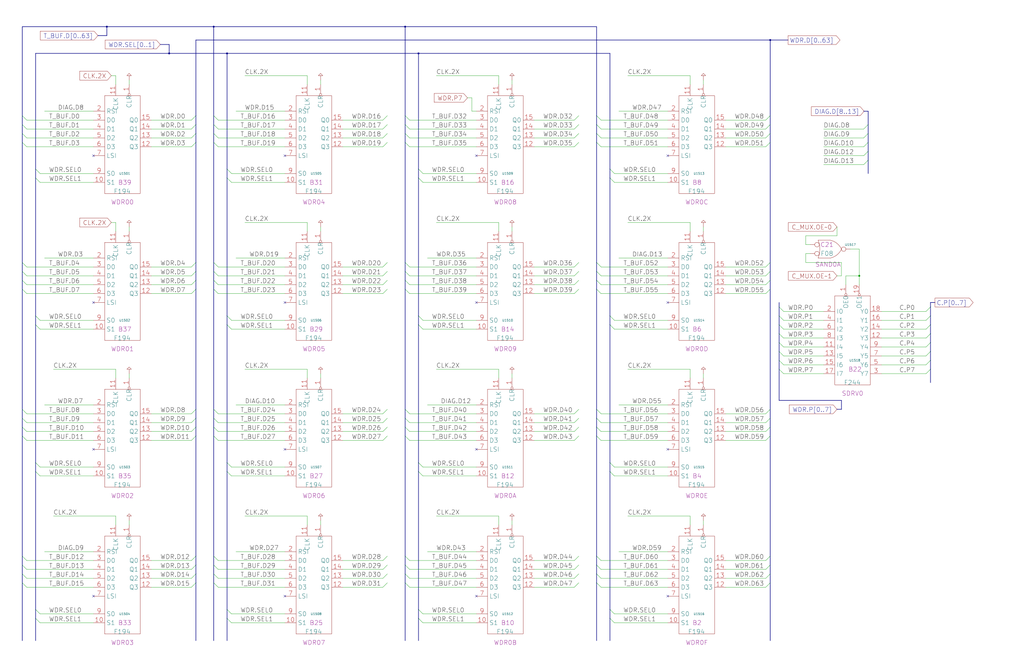
<source format=kicad_sch>
(kicad_sch (version 20220126) (generator eeschema)
  (paper "User" 584.2 378.46)
  (title_block (title "WRITE DATA REGISTER\\nREGISTER ARRAY") (date "15-MAR-90") (rev "1.0") (comment 1 "TYPE") (comment 2 "232-003062") (comment 3 "S400") (comment 4 "RELEASED"))
  (bus (pts (xy 111.76 149.86) (xy 111.76 154.94)))
  (bus (pts (xy 111.76 154.94) (xy 111.76 160.02)))
  (bus (pts (xy 111.76 160.02) (xy 111.76 165.1)))
  (bus (pts (xy 111.76 165.1) (xy 111.76 233.68)))
  (bus (pts (xy 111.76 22.86) (xy 111.76 66.04)))
  (bus (pts (xy 111.76 22.86) (xy 439.42 22.86)))
  (bus (pts (xy 111.76 233.68) (xy 111.76 238.76)))
  (bus (pts (xy 111.76 238.76) (xy 111.76 243.84)))
  (bus (pts (xy 111.76 243.84) (xy 111.76 248.92)))
  (bus (pts (xy 111.76 248.92) (xy 111.76 317.5)))
  (bus (pts (xy 111.76 317.5) (xy 111.76 322.58)))
  (bus (pts (xy 111.76 322.58) (xy 111.76 327.66)))
  (bus (pts (xy 111.76 327.66) (xy 111.76 332.74)))
  (bus (pts (xy 111.76 332.74) (xy 111.76 365.76)))
  (bus (pts (xy 111.76 66.04) (xy 111.76 71.12)))
  (bus (pts (xy 111.76 71.12) (xy 111.76 76.2)))
  (bus (pts (xy 111.76 76.2) (xy 111.76 81.28)))
  (bus (pts (xy 111.76 81.28) (xy 111.76 149.86)))
  (bus (pts (xy 12.7 149.86) (xy 12.7 154.94)))
  (bus (pts (xy 12.7 15.24) (xy 12.7 66.04)))
  (bus (pts (xy 12.7 15.24) (xy 60.96 15.24)))
  (bus (pts (xy 12.7 154.94) (xy 12.7 160.02)))
  (bus (pts (xy 12.7 160.02) (xy 12.7 165.1)))
  (bus (pts (xy 12.7 165.1) (xy 12.7 233.68)))
  (bus (pts (xy 12.7 233.68) (xy 12.7 238.76)))
  (bus (pts (xy 12.7 238.76) (xy 12.7 243.84)))
  (bus (pts (xy 12.7 243.84) (xy 12.7 248.92)))
  (bus (pts (xy 12.7 248.92) (xy 12.7 317.5)))
  (bus (pts (xy 12.7 317.5) (xy 12.7 322.58)))
  (bus (pts (xy 12.7 322.58) (xy 12.7 327.66)))
  (bus (pts (xy 12.7 327.66) (xy 12.7 332.74)))
  (bus (pts (xy 12.7 332.74) (xy 12.7 365.76)))
  (bus (pts (xy 12.7 66.04) (xy 12.7 71.12)))
  (bus (pts (xy 12.7 71.12) (xy 12.7 76.2)))
  (bus (pts (xy 12.7 76.2) (xy 12.7 81.28)))
  (bus (pts (xy 12.7 81.28) (xy 12.7 149.86)))
  (bus (pts (xy 121.92 149.86) (xy 121.92 154.94)))
  (bus (pts (xy 121.92 15.24) (xy 121.92 66.04)))
  (bus (pts (xy 121.92 15.24) (xy 231.14 15.24)))
  (bus (pts (xy 121.92 154.94) (xy 121.92 160.02)))
  (bus (pts (xy 121.92 160.02) (xy 121.92 165.1)))
  (bus (pts (xy 121.92 165.1) (xy 121.92 233.68)))
  (bus (pts (xy 121.92 233.68) (xy 121.92 238.76)))
  (bus (pts (xy 121.92 238.76) (xy 121.92 243.84)))
  (bus (pts (xy 121.92 243.84) (xy 121.92 248.92)))
  (bus (pts (xy 121.92 248.92) (xy 121.92 317.5)))
  (bus (pts (xy 121.92 317.5) (xy 121.92 322.58)))
  (bus (pts (xy 121.92 322.58) (xy 121.92 327.66)))
  (bus (pts (xy 121.92 327.66) (xy 121.92 332.74)))
  (bus (pts (xy 121.92 332.74) (xy 121.92 365.76)))
  (bus (pts (xy 121.92 66.04) (xy 121.92 71.12)))
  (bus (pts (xy 121.92 71.12) (xy 121.92 76.2)))
  (bus (pts (xy 121.92 76.2) (xy 121.92 81.28)))
  (bus (pts (xy 121.92 81.28) (xy 121.92 149.86)))
  (bus (pts (xy 129.54 101.6) (xy 129.54 180.34)))
  (bus (pts (xy 129.54 180.34) (xy 129.54 185.42)))
  (bus (pts (xy 129.54 185.42) (xy 129.54 264.16)))
  (bus (pts (xy 129.54 264.16) (xy 129.54 269.24)))
  (bus (pts (xy 129.54 269.24) (xy 129.54 347.98)))
  (bus (pts (xy 129.54 30.48) (xy 129.54 96.52)))
  (bus (pts (xy 129.54 30.48) (xy 238.76 30.48)))
  (bus (pts (xy 129.54 347.98) (xy 129.54 353.06)))
  (bus (pts (xy 129.54 353.06) (xy 129.54 365.76)))
  (bus (pts (xy 129.54 96.52) (xy 129.54 101.6)))
  (bus (pts (xy 20.32 101.6) (xy 20.32 180.34)))
  (bus (pts (xy 20.32 180.34) (xy 20.32 185.42)))
  (bus (pts (xy 20.32 185.42) (xy 20.32 264.16)))
  (bus (pts (xy 20.32 264.16) (xy 20.32 269.24)))
  (bus (pts (xy 20.32 269.24) (xy 20.32 347.98)))
  (bus (pts (xy 20.32 30.48) (xy 20.32 96.52)))
  (bus (pts (xy 20.32 30.48) (xy 96.52 30.48)))
  (bus (pts (xy 20.32 347.98) (xy 20.32 353.06)))
  (bus (pts (xy 20.32 353.06) (xy 20.32 365.76)))
  (bus (pts (xy 20.32 96.52) (xy 20.32 101.6)))
  (bus (pts (xy 231.14 149.86) (xy 231.14 154.94)))
  (bus (pts (xy 231.14 15.24) (xy 231.14 66.04)))
  (bus (pts (xy 231.14 15.24) (xy 340.36 15.24)))
  (bus (pts (xy 231.14 154.94) (xy 231.14 160.02)))
  (bus (pts (xy 231.14 160.02) (xy 231.14 165.1)))
  (bus (pts (xy 231.14 165.1) (xy 231.14 233.68)))
  (bus (pts (xy 231.14 233.68) (xy 231.14 238.76)))
  (bus (pts (xy 231.14 238.76) (xy 231.14 243.84)))
  (bus (pts (xy 231.14 243.84) (xy 231.14 248.92)))
  (bus (pts (xy 231.14 248.92) (xy 231.14 317.5)))
  (bus (pts (xy 231.14 317.5) (xy 231.14 322.58)))
  (bus (pts (xy 231.14 322.58) (xy 231.14 327.66)))
  (bus (pts (xy 231.14 327.66) (xy 231.14 332.74)))
  (bus (pts (xy 231.14 332.74) (xy 231.14 365.76)))
  (bus (pts (xy 231.14 66.04) (xy 231.14 71.12)))
  (bus (pts (xy 231.14 71.12) (xy 231.14 76.2)))
  (bus (pts (xy 231.14 76.2) (xy 231.14 81.28)))
  (bus (pts (xy 231.14 81.28) (xy 231.14 149.86)))
  (bus (pts (xy 238.76 101.6) (xy 238.76 180.34)))
  (bus (pts (xy 238.76 180.34) (xy 238.76 185.42)))
  (bus (pts (xy 238.76 185.42) (xy 238.76 264.16)))
  (bus (pts (xy 238.76 264.16) (xy 238.76 269.24)))
  (bus (pts (xy 238.76 269.24) (xy 238.76 347.98)))
  (bus (pts (xy 238.76 30.48) (xy 238.76 96.52)))
  (bus (pts (xy 238.76 30.48) (xy 347.98 30.48)))
  (bus (pts (xy 238.76 347.98) (xy 238.76 353.06)))
  (bus (pts (xy 238.76 353.06) (xy 238.76 365.76)))
  (bus (pts (xy 238.76 96.52) (xy 238.76 101.6)))
  (bus (pts (xy 340.36 149.86) (xy 340.36 154.94)))
  (bus (pts (xy 340.36 15.24) (xy 340.36 66.04)))
  (bus (pts (xy 340.36 154.94) (xy 340.36 160.02)))
  (bus (pts (xy 340.36 160.02) (xy 340.36 165.1)))
  (bus (pts (xy 340.36 165.1) (xy 340.36 233.68)))
  (bus (pts (xy 340.36 233.68) (xy 340.36 238.76)))
  (bus (pts (xy 340.36 238.76) (xy 340.36 243.84)))
  (bus (pts (xy 340.36 243.84) (xy 340.36 248.92)))
  (bus (pts (xy 340.36 248.92) (xy 340.36 317.5)))
  (bus (pts (xy 340.36 317.5) (xy 340.36 322.58)))
  (bus (pts (xy 340.36 322.58) (xy 340.36 327.66)))
  (bus (pts (xy 340.36 327.66) (xy 340.36 332.74)))
  (bus (pts (xy 340.36 332.74) (xy 340.36 365.76)))
  (bus (pts (xy 340.36 66.04) (xy 340.36 71.12)))
  (bus (pts (xy 340.36 71.12) (xy 340.36 76.2)))
  (bus (pts (xy 340.36 76.2) (xy 340.36 81.28)))
  (bus (pts (xy 340.36 81.28) (xy 340.36 149.86)))
  (bus (pts (xy 347.98 101.6) (xy 347.98 180.34)))
  (bus (pts (xy 347.98 180.34) (xy 347.98 185.42)))
  (bus (pts (xy 347.98 185.42) (xy 347.98 264.16)))
  (bus (pts (xy 347.98 264.16) (xy 347.98 269.24)))
  (bus (pts (xy 347.98 269.24) (xy 347.98 347.98)))
  (bus (pts (xy 347.98 30.48) (xy 347.98 96.52)))
  (bus (pts (xy 347.98 347.98) (xy 347.98 353.06)))
  (bus (pts (xy 347.98 353.06) (xy 347.98 365.76)))
  (bus (pts (xy 347.98 96.52) (xy 347.98 101.6)))
  (bus (pts (xy 439.42 149.86) (xy 439.42 154.94)))
  (bus (pts (xy 439.42 154.94) (xy 439.42 160.02)))
  (bus (pts (xy 439.42 160.02) (xy 439.42 165.1)))
  (bus (pts (xy 439.42 165.1) (xy 439.42 233.68)))
  (bus (pts (xy 439.42 22.86) (xy 439.42 66.04)))
  (bus (pts (xy 439.42 22.86) (xy 449.58 22.86)))
  (bus (pts (xy 439.42 233.68) (xy 439.42 238.76)))
  (bus (pts (xy 439.42 238.76) (xy 439.42 243.84)))
  (bus (pts (xy 439.42 243.84) (xy 439.42 248.92)))
  (bus (pts (xy 439.42 248.92) (xy 439.42 317.5)))
  (bus (pts (xy 439.42 317.5) (xy 439.42 322.58)))
  (bus (pts (xy 439.42 322.58) (xy 439.42 327.66)))
  (bus (pts (xy 439.42 327.66) (xy 439.42 332.74)))
  (bus (pts (xy 439.42 332.74) (xy 439.42 365.76)))
  (bus (pts (xy 439.42 66.04) (xy 439.42 71.12)))
  (bus (pts (xy 439.42 71.12) (xy 439.42 76.2)))
  (bus (pts (xy 439.42 76.2) (xy 439.42 81.28)))
  (bus (pts (xy 439.42 81.28) (xy 439.42 149.86)))
  (bus (pts (xy 444.5 172.72) (xy 444.5 175.26)))
  (bus (pts (xy 444.5 175.26) (xy 444.5 180.34)))
  (bus (pts (xy 444.5 180.34) (xy 444.5 185.42)))
  (bus (pts (xy 444.5 185.42) (xy 444.5 190.5)))
  (bus (pts (xy 444.5 190.5) (xy 444.5 195.58)))
  (bus (pts (xy 444.5 195.58) (xy 444.5 200.66)))
  (bus (pts (xy 444.5 200.66) (xy 444.5 205.74)))
  (bus (pts (xy 444.5 205.74) (xy 444.5 210.82)))
  (bus (pts (xy 444.5 210.82) (xy 444.5 228.6)))
  (bus (pts (xy 477.52 233.68) (xy 480.06 233.68)))
  (bus (pts (xy 480.06 228.6) (xy 444.5 228.6)))
  (bus (pts (xy 480.06 233.68) (xy 480.06 228.6)))
  (bus (pts (xy 492.76 63.5) (xy 495.3 63.5)))
  (bus (pts (xy 495.3 63.5) (xy 495.3 71.12)))
  (bus (pts (xy 495.3 71.12) (xy 495.3 76.2)))
  (bus (pts (xy 495.3 76.2) (xy 495.3 81.28)))
  (bus (pts (xy 495.3 81.28) (xy 495.3 86.36)))
  (bus (pts (xy 495.3 86.36) (xy 495.3 91.44)))
  (bus (pts (xy 495.3 91.44) (xy 495.3 99.06)))
  (bus (pts (xy 530.86 172.72) (xy 530.86 175.26)))
  (bus (pts (xy 530.86 172.72) (xy 533.4 172.72)))
  (bus (pts (xy 530.86 175.26) (xy 530.86 180.34)))
  (bus (pts (xy 530.86 180.34) (xy 530.86 185.42)))
  (bus (pts (xy 530.86 185.42) (xy 530.86 190.5)))
  (bus (pts (xy 530.86 190.5) (xy 530.86 195.58)))
  (bus (pts (xy 530.86 195.58) (xy 530.86 200.66)))
  (bus (pts (xy 530.86 200.66) (xy 530.86 205.74)))
  (bus (pts (xy 530.86 205.74) (xy 530.86 210.82)))
  (bus (pts (xy 530.86 210.82) (xy 530.86 218.44)))
  (bus (pts (xy 55.88 20.32) (xy 60.96 20.32)))
  (bus (pts (xy 60.96 15.24) (xy 121.92 15.24)))
  (bus (pts (xy 60.96 20.32) (xy 60.96 15.24)))
  (bus (pts (xy 91.44 25.4) (xy 96.52 25.4)))
  (bus (pts (xy 96.52 25.4) (xy 96.52 30.48)))
  (bus (pts (xy 96.52 30.48) (xy 129.54 30.48)))
  (wire (pts (xy 124.46 152.4) (xy 162.56 152.4)))
  (wire (pts (xy 124.46 157.48) (xy 162.56 157.48)))
  (wire (pts (xy 124.46 162.56) (xy 162.56 162.56)))
  (wire (pts (xy 124.46 167.64) (xy 162.56 167.64)))
  (wire (pts (xy 124.46 236.22) (xy 162.56 236.22)))
  (wire (pts (xy 124.46 241.3) (xy 162.56 241.3)))
  (wire (pts (xy 124.46 246.38) (xy 162.56 246.38)))
  (wire (pts (xy 124.46 251.46) (xy 162.56 251.46)))
  (wire (pts (xy 124.46 320.04) (xy 162.56 320.04)))
  (wire (pts (xy 124.46 325.12) (xy 162.56 325.12)))
  (wire (pts (xy 124.46 330.2) (xy 162.56 330.2)))
  (wire (pts (xy 124.46 335.28) (xy 162.56 335.28)))
  (wire (pts (xy 124.46 68.58) (xy 162.56 68.58)))
  (wire (pts (xy 124.46 73.66) (xy 162.56 73.66)))
  (wire (pts (xy 124.46 78.74) (xy 162.56 78.74)))
  (wire (pts (xy 124.46 83.82) (xy 162.56 83.82)))
  (wire (pts (xy 132.08 104.14) (xy 162.56 104.14)))
  (wire (pts (xy 132.08 182.88) (xy 162.56 182.88)))
  (wire (pts (xy 132.08 187.96) (xy 162.56 187.96)))
  (wire (pts (xy 132.08 266.7) (xy 162.56 266.7)))
  (wire (pts (xy 132.08 271.78) (xy 162.56 271.78)))
  (wire (pts (xy 132.08 350.52) (xy 162.56 350.52)))
  (wire (pts (xy 132.08 355.6) (xy 162.56 355.6)))
  (wire (pts (xy 132.08 99.06) (xy 162.56 99.06)))
  (wire (pts (xy 134.62 147.32) (xy 162.56 147.32)))
  (wire (pts (xy 134.62 231.14) (xy 162.56 231.14)))
  (wire (pts (xy 134.62 314.96) (xy 162.56 314.96)))
  (wire (pts (xy 134.62 63.5) (xy 162.56 63.5)))
  (wire (pts (xy 139.7 127) (xy 175.26 127)))
  (wire (pts (xy 139.7 210.82) (xy 175.26 210.82)))
  (wire (pts (xy 139.7 294.64) (xy 175.26 294.64)))
  (wire (pts (xy 139.7 43.18) (xy 175.26 43.18)))
  (wire (pts (xy 15.24 152.4) (xy 53.34 152.4)))
  (wire (pts (xy 15.24 157.48) (xy 53.34 157.48)))
  (wire (pts (xy 15.24 162.56) (xy 53.34 162.56)))
  (wire (pts (xy 15.24 167.64) (xy 53.34 167.64)))
  (wire (pts (xy 15.24 236.22) (xy 53.34 236.22)))
  (wire (pts (xy 15.24 241.3) (xy 53.34 241.3)))
  (wire (pts (xy 15.24 246.38) (xy 53.34 246.38)))
  (wire (pts (xy 15.24 251.46) (xy 53.34 251.46)))
  (wire (pts (xy 15.24 320.04) (xy 53.34 320.04)))
  (wire (pts (xy 15.24 325.12) (xy 53.34 325.12)))
  (wire (pts (xy 15.24 330.2) (xy 53.34 330.2)))
  (wire (pts (xy 15.24 335.28) (xy 53.34 335.28)))
  (wire (pts (xy 15.24 68.58) (xy 53.34 68.58)))
  (wire (pts (xy 15.24 73.66) (xy 53.34 73.66)))
  (wire (pts (xy 15.24 78.74) (xy 53.34 78.74)))
  (wire (pts (xy 15.24 83.82) (xy 53.34 83.82)))
  (wire (pts (xy 175.26 132.08) (xy 175.26 127)))
  (wire (pts (xy 175.26 215.9) (xy 175.26 210.82)))
  (wire (pts (xy 175.26 299.72) (xy 175.26 294.64)))
  (wire (pts (xy 175.26 48.26) (xy 175.26 43.18)))
  (wire (pts (xy 182.88 129.54) (xy 182.88 132.08)))
  (wire (pts (xy 182.88 213.36) (xy 182.88 215.9)))
  (wire (pts (xy 182.88 297.18) (xy 182.88 299.72)))
  (wire (pts (xy 182.88 45.72) (xy 182.88 48.26)))
  (wire (pts (xy 195.58 152.4) (xy 218.44 152.4)))
  (wire (pts (xy 195.58 157.48) (xy 218.44 157.48)))
  (wire (pts (xy 195.58 162.56) (xy 218.44 162.56)))
  (wire (pts (xy 195.58 167.64) (xy 218.44 167.64)))
  (wire (pts (xy 195.58 236.22) (xy 218.44 236.22)))
  (wire (pts (xy 195.58 241.3) (xy 218.44 241.3)))
  (wire (pts (xy 195.58 246.38) (xy 218.44 246.38)))
  (wire (pts (xy 195.58 251.46) (xy 218.44 251.46)))
  (wire (pts (xy 195.58 320.04) (xy 218.44 320.04)))
  (wire (pts (xy 195.58 325.12) (xy 218.44 325.12)))
  (wire (pts (xy 195.58 330.2) (xy 218.44 330.2)))
  (wire (pts (xy 195.58 335.28) (xy 218.44 335.28)))
  (wire (pts (xy 195.58 68.58) (xy 218.44 68.58)))
  (wire (pts (xy 195.58 73.66) (xy 218.44 73.66)))
  (wire (pts (xy 195.58 78.74) (xy 218.44 78.74)))
  (wire (pts (xy 195.58 83.82) (xy 218.44 83.82)))
  (wire (pts (xy 22.86 104.14) (xy 53.34 104.14)))
  (wire (pts (xy 22.86 182.88) (xy 53.34 182.88)))
  (wire (pts (xy 22.86 187.96) (xy 53.34 187.96)))
  (wire (pts (xy 22.86 266.7) (xy 53.34 266.7)))
  (wire (pts (xy 22.86 271.78) (xy 53.34 271.78)))
  (wire (pts (xy 22.86 350.52) (xy 53.34 350.52)))
  (wire (pts (xy 22.86 355.6) (xy 53.34 355.6)))
  (wire (pts (xy 22.86 99.06) (xy 53.34 99.06)))
  (wire (pts (xy 233.68 152.4) (xy 271.78 152.4)))
  (wire (pts (xy 233.68 157.48) (xy 271.78 157.48)))
  (wire (pts (xy 233.68 162.56) (xy 271.78 162.56)))
  (wire (pts (xy 233.68 167.64) (xy 271.78 167.64)))
  (wire (pts (xy 233.68 236.22) (xy 271.78 236.22)))
  (wire (pts (xy 233.68 241.3) (xy 271.78 241.3)))
  (wire (pts (xy 233.68 246.38) (xy 271.78 246.38)))
  (wire (pts (xy 233.68 251.46) (xy 271.78 251.46)))
  (wire (pts (xy 233.68 320.04) (xy 271.78 320.04)))
  (wire (pts (xy 233.68 325.12) (xy 271.78 325.12)))
  (wire (pts (xy 233.68 330.2) (xy 271.78 330.2)))
  (wire (pts (xy 233.68 335.28) (xy 271.78 335.28)))
  (wire (pts (xy 233.68 68.58) (xy 271.78 68.58)))
  (wire (pts (xy 233.68 73.66) (xy 271.78 73.66)))
  (wire (pts (xy 233.68 78.74) (xy 271.78 78.74)))
  (wire (pts (xy 233.68 83.82) (xy 271.78 83.82)))
  (wire (pts (xy 241.3 104.14) (xy 271.78 104.14)))
  (wire (pts (xy 241.3 182.88) (xy 271.78 182.88)))
  (wire (pts (xy 241.3 187.96) (xy 271.78 187.96)))
  (wire (pts (xy 241.3 266.7) (xy 271.78 266.7)))
  (wire (pts (xy 241.3 271.78) (xy 271.78 271.78)))
  (wire (pts (xy 241.3 350.52) (xy 271.78 350.52)))
  (wire (pts (xy 241.3 355.6) (xy 271.78 355.6)))
  (wire (pts (xy 241.3 99.06) (xy 271.78 99.06)))
  (wire (pts (xy 243.84 147.32) (xy 271.78 147.32)))
  (wire (pts (xy 243.84 231.14) (xy 271.78 231.14)))
  (wire (pts (xy 243.84 314.96) (xy 271.78 314.96)))
  (wire (pts (xy 248.92 127) (xy 284.48 127)))
  (wire (pts (xy 248.92 210.82) (xy 284.48 210.82)))
  (wire (pts (xy 248.92 294.64) (xy 284.48 294.64)))
  (wire (pts (xy 248.92 43.18) (xy 284.48 43.18)))
  (wire (pts (xy 25.4 147.32) (xy 53.34 147.32)))
  (wire (pts (xy 25.4 231.14) (xy 53.34 231.14)))
  (wire (pts (xy 25.4 314.96) (xy 53.34 314.96)))
  (wire (pts (xy 25.4 63.5) (xy 53.34 63.5)))
  (wire (pts (xy 266.7 55.88) (xy 269.24 55.88)))
  (wire (pts (xy 269.24 55.88) (xy 269.24 63.5)))
  (wire (pts (xy 269.24 63.5) (xy 271.78 63.5)))
  (wire (pts (xy 284.48 132.08) (xy 284.48 127)))
  (wire (pts (xy 284.48 215.9) (xy 284.48 210.82)))
  (wire (pts (xy 284.48 299.72) (xy 284.48 294.64)))
  (wire (pts (xy 284.48 48.26) (xy 284.48 43.18)))
  (wire (pts (xy 292.1 129.54) (xy 292.1 132.08)))
  (wire (pts (xy 292.1 213.36) (xy 292.1 215.9)))
  (wire (pts (xy 292.1 297.18) (xy 292.1 299.72)))
  (wire (pts (xy 292.1 45.72) (xy 292.1 48.26)))
  (wire (pts (xy 30.48 210.82) (xy 66.04 210.82)))
  (wire (pts (xy 30.48 294.64) (xy 66.04 294.64)))
  (wire (pts (xy 304.8 152.4) (xy 327.66 152.4)))
  (wire (pts (xy 304.8 157.48) (xy 327.66 157.48)))
  (wire (pts (xy 304.8 162.56) (xy 327.66 162.56)))
  (wire (pts (xy 304.8 167.64) (xy 327.66 167.64)))
  (wire (pts (xy 304.8 236.22) (xy 327.66 236.22)))
  (wire (pts (xy 304.8 241.3) (xy 327.66 241.3)))
  (wire (pts (xy 304.8 246.38) (xy 327.66 246.38)))
  (wire (pts (xy 304.8 251.46) (xy 327.66 251.46)))
  (wire (pts (xy 304.8 320.04) (xy 327.66 320.04)))
  (wire (pts (xy 304.8 325.12) (xy 327.66 325.12)))
  (wire (pts (xy 304.8 330.2) (xy 327.66 330.2)))
  (wire (pts (xy 304.8 335.28) (xy 327.66 335.28)))
  (wire (pts (xy 304.8 68.58) (xy 327.66 68.58)))
  (wire (pts (xy 304.8 73.66) (xy 327.66 73.66)))
  (wire (pts (xy 304.8 78.74) (xy 327.66 78.74)))
  (wire (pts (xy 304.8 83.82) (xy 327.66 83.82)))
  (wire (pts (xy 342.9 152.4) (xy 381 152.4)))
  (wire (pts (xy 342.9 157.48) (xy 381 157.48)))
  (wire (pts (xy 342.9 162.56) (xy 381 162.56)))
  (wire (pts (xy 342.9 167.64) (xy 381 167.64)))
  (wire (pts (xy 342.9 236.22) (xy 381 236.22)))
  (wire (pts (xy 342.9 241.3) (xy 381 241.3)))
  (wire (pts (xy 342.9 246.38) (xy 381 246.38)))
  (wire (pts (xy 342.9 251.46) (xy 381 251.46)))
  (wire (pts (xy 342.9 320.04) (xy 381 320.04)))
  (wire (pts (xy 342.9 325.12) (xy 381 325.12)))
  (wire (pts (xy 342.9 330.2) (xy 381 330.2)))
  (wire (pts (xy 342.9 335.28) (xy 381 335.28)))
  (wire (pts (xy 342.9 68.58) (xy 381 68.58)))
  (wire (pts (xy 342.9 73.66) (xy 381 73.66)))
  (wire (pts (xy 342.9 78.74) (xy 381 78.74)))
  (wire (pts (xy 342.9 83.82) (xy 381 83.82)))
  (wire (pts (xy 350.52 104.14) (xy 381 104.14)))
  (wire (pts (xy 350.52 182.88) (xy 381 182.88)))
  (wire (pts (xy 350.52 187.96) (xy 381 187.96)))
  (wire (pts (xy 350.52 266.7) (xy 381 266.7)))
  (wire (pts (xy 350.52 271.78) (xy 381 271.78)))
  (wire (pts (xy 350.52 350.52) (xy 381 350.52)))
  (wire (pts (xy 350.52 355.6) (xy 381 355.6)))
  (wire (pts (xy 350.52 99.06) (xy 381 99.06)))
  (wire (pts (xy 353.06 147.32) (xy 381 147.32)))
  (wire (pts (xy 353.06 231.14) (xy 381 231.14)))
  (wire (pts (xy 353.06 314.96) (xy 381 314.96)))
  (wire (pts (xy 353.06 63.5) (xy 381 63.5)))
  (wire (pts (xy 358.14 127) (xy 393.7 127)))
  (wire (pts (xy 358.14 210.82) (xy 393.7 210.82)))
  (wire (pts (xy 358.14 294.64) (xy 393.7 294.64)))
  (wire (pts (xy 358.14 43.18) (xy 393.7 43.18)))
  (wire (pts (xy 393.7 132.08) (xy 393.7 127)))
  (wire (pts (xy 393.7 215.9) (xy 393.7 210.82)))
  (wire (pts (xy 393.7 299.72) (xy 393.7 294.64)))
  (wire (pts (xy 393.7 48.26) (xy 393.7 43.18)))
  (wire (pts (xy 401.32 129.54) (xy 401.32 132.08)))
  (wire (pts (xy 401.32 213.36) (xy 401.32 215.9)))
  (wire (pts (xy 401.32 297.18) (xy 401.32 299.72)))
  (wire (pts (xy 401.32 45.72) (xy 401.32 48.26)))
  (wire (pts (xy 414.02 152.4) (xy 436.88 152.4)))
  (wire (pts (xy 414.02 157.48) (xy 436.88 157.48)))
  (wire (pts (xy 414.02 162.56) (xy 436.88 162.56)))
  (wire (pts (xy 414.02 167.64) (xy 436.88 167.64)))
  (wire (pts (xy 414.02 236.22) (xy 436.88 236.22)))
  (wire (pts (xy 414.02 241.3) (xy 436.88 241.3)))
  (wire (pts (xy 414.02 246.38) (xy 436.88 246.38)))
  (wire (pts (xy 414.02 251.46) (xy 436.88 251.46)))
  (wire (pts (xy 414.02 320.04) (xy 436.88 320.04)))
  (wire (pts (xy 414.02 325.12) (xy 436.88 325.12)))
  (wire (pts (xy 414.02 330.2) (xy 436.88 330.2)))
  (wire (pts (xy 414.02 335.28) (xy 436.88 335.28)))
  (wire (pts (xy 414.02 68.58) (xy 436.88 68.58)))
  (wire (pts (xy 414.02 73.66) (xy 436.88 73.66)))
  (wire (pts (xy 414.02 78.74) (xy 436.88 78.74)))
  (wire (pts (xy 414.02 83.82) (xy 436.88 83.82)))
  (wire (pts (xy 447.04 177.8) (xy 469.9 177.8)))
  (wire (pts (xy 447.04 182.88) (xy 469.9 182.88)))
  (wire (pts (xy 447.04 187.96) (xy 469.9 187.96)))
  (wire (pts (xy 447.04 193.04) (xy 469.9 193.04)))
  (wire (pts (xy 447.04 198.12) (xy 469.9 198.12)))
  (wire (pts (xy 447.04 203.2) (xy 469.9 203.2)))
  (wire (pts (xy 447.04 208.28) (xy 469.9 208.28)))
  (wire (pts (xy 447.04 213.36) (xy 469.9 213.36)))
  (wire (pts (xy 459.74 134.62) (xy 459.74 139.7)))
  (wire (pts (xy 459.74 139.7) (xy 462.28 139.7)))
  (wire (pts (xy 459.74 144.78) (xy 462.28 144.78)))
  (wire (pts (xy 459.74 149.86) (xy 459.74 144.78)))
  (wire (pts (xy 469.9 73.66) (xy 492.76 73.66)))
  (wire (pts (xy 469.9 78.74) (xy 492.76 78.74)))
  (wire (pts (xy 469.9 83.82) (xy 492.76 83.82)))
  (wire (pts (xy 469.9 88.9) (xy 492.76 88.9)))
  (wire (pts (xy 469.9 93.98) (xy 492.76 93.98)))
  (wire (pts (xy 477.52 129.54) (xy 477.52 134.62)))
  (wire (pts (xy 477.52 134.62) (xy 459.74 134.62)))
  (wire (pts (xy 477.52 157.48) (xy 480.06 157.48)))
  (wire (pts (xy 480.06 149.86) (xy 459.74 149.86)))
  (wire (pts (xy 480.06 157.48) (xy 480.06 149.86)))
  (wire (pts (xy 482.6 157.48) (xy 490.22 157.48)))
  (wire (pts (xy 482.6 162.56) (xy 482.6 157.48)))
  (wire (pts (xy 485.14 142.24) (xy 490.22 142.24)))
  (wire (pts (xy 490.22 142.24) (xy 490.22 157.48)))
  (wire (pts (xy 490.22 157.48) (xy 490.22 162.56)))
  (wire (pts (xy 502.92 177.8) (xy 528.32 177.8)))
  (wire (pts (xy 502.92 182.88) (xy 528.32 182.88)))
  (wire (pts (xy 502.92 187.96) (xy 528.32 187.96)))
  (wire (pts (xy 502.92 193.04) (xy 528.32 193.04)))
  (wire (pts (xy 502.92 198.12) (xy 528.32 198.12)))
  (wire (pts (xy 502.92 203.2) (xy 528.32 203.2)))
  (wire (pts (xy 502.92 208.28) (xy 528.32 208.28)))
  (wire (pts (xy 502.92 213.36) (xy 528.32 213.36)))
  (wire (pts (xy 63.5 127) (xy 66.04 127)))
  (wire (pts (xy 63.5 43.18) (xy 66.04 43.18)))
  (wire (pts (xy 66.04 132.08) (xy 66.04 127)))
  (wire (pts (xy 66.04 215.9) (xy 66.04 210.82)))
  (wire (pts (xy 66.04 299.72) (xy 66.04 294.64)))
  (wire (pts (xy 66.04 48.26) (xy 66.04 43.18)))
  (wire (pts (xy 73.66 129.54) (xy 73.66 132.08)))
  (wire (pts (xy 73.66 213.36) (xy 73.66 215.9)))
  (wire (pts (xy 73.66 297.18) (xy 73.66 299.72)))
  (wire (pts (xy 73.66 45.72) (xy 73.66 48.26)))
  (wire (pts (xy 86.36 152.4) (xy 109.22 152.4)))
  (wire (pts (xy 86.36 157.48) (xy 109.22 157.48)))
  (wire (pts (xy 86.36 162.56) (xy 109.22 162.56)))
  (wire (pts (xy 86.36 167.64) (xy 109.22 167.64)))
  (wire (pts (xy 86.36 236.22) (xy 109.22 236.22)))
  (wire (pts (xy 86.36 241.3) (xy 109.22 241.3)))
  (wire (pts (xy 86.36 246.38) (xy 109.22 246.38)))
  (wire (pts (xy 86.36 251.46) (xy 109.22 251.46)))
  (wire (pts (xy 86.36 320.04) (xy 109.22 320.04)))
  (wire (pts (xy 86.36 325.12) (xy 109.22 325.12)))
  (wire (pts (xy 86.36 330.2) (xy 109.22 330.2)))
  (wire (pts (xy 86.36 335.28) (xy 109.22 335.28)))
  (wire (pts (xy 86.36 68.58) (xy 109.22 68.58)))
  (wire (pts (xy 86.36 73.66) (xy 109.22 73.66)))
  (wire (pts (xy 86.36 78.74) (xy 109.22 78.74)))
  (wire (pts (xy 86.36 83.82) (xy 109.22 83.82)))
  (bus_entry (at 12.7 66.04) (size 2.54 2.54))
  (bus_entry (at 12.7 71.12) (size 2.54 2.54))
  (bus_entry (at 12.7 76.2) (size 2.54 2.54))
  (bus_entry (at 12.7 81.28) (size 2.54 2.54))
  (bus_entry (at 12.7 149.86) (size 2.54 2.54))
  (bus_entry (at 12.7 154.94) (size 2.54 2.54))
  (bus_entry (at 12.7 160.02) (size 2.54 2.54))
  (bus_entry (at 12.7 165.1) (size 2.54 2.54))
  (bus_entry (at 12.7 233.68) (size 2.54 2.54))
  (bus_entry (at 12.7 238.76) (size 2.54 2.54))
  (bus_entry (at 12.7 243.84) (size 2.54 2.54))
  (bus_entry (at 12.7 248.92) (size 2.54 2.54))
  (bus_entry (at 12.7 317.5) (size 2.54 2.54))
  (bus_entry (at 12.7 322.58) (size 2.54 2.54))
  (bus_entry (at 12.7 327.66) (size 2.54 2.54))
  (bus_entry (at 12.7 332.74) (size 2.54 2.54))
  (bus_entry (at 20.32 96.52) (size 2.54 2.54))
  (bus_entry (at 20.32 101.6) (size 2.54 2.54))
  (bus_entry (at 20.32 180.34) (size 2.54 2.54))
  (bus_entry (at 20.32 185.42) (size 2.54 2.54))
  (bus_entry (at 20.32 264.16) (size 2.54 2.54))
  (bus_entry (at 20.32 269.24) (size 2.54 2.54))
  (bus_entry (at 20.32 347.98) (size 2.54 2.54))
  (bus_entry (at 20.32 353.06) (size 2.54 2.54))
  (label "T_BUF.D0" (at 27.94 68.58 0) (effects (font (size 2.54 2.54))))
  (label "T_BUF.D1" (at 27.94 73.66 0) (effects (font (size 2.54 2.54))))
  (label "T_BUF.D2" (at 27.94 78.74 0) (effects (font (size 2.54 2.54))))
  (label "T_BUF.D3" (at 27.94 83.82 0) (effects (font (size 2.54 2.54))))
  (label "WDR.SEL0" (at 27.94 99.06 0) (effects (font (size 2.54 2.54))))
  (label "WDR.SEL1" (at 27.94 104.14 0) (effects (font (size 2.54 2.54))))
  (label "T_BUF.D4" (at 27.94 152.4 0) (effects (font (size 2.54 2.54))))
  (label "T_BUF.D5" (at 27.94 157.48 0) (effects (font (size 2.54 2.54))))
  (label "T_BUF.D6" (at 27.94 162.56 0) (effects (font (size 2.54 2.54))))
  (label "T_BUF.D7" (at 27.94 167.64 0) (effects (font (size 2.54 2.54))))
  (label "WDR.SEL0" (at 27.94 182.88 0) (effects (font (size 2.54 2.54))))
  (label "WDR.SEL1" (at 27.94 187.96 0) (effects (font (size 2.54 2.54))))
  (label "T_BUF.D8" (at 27.94 236.22 0) (effects (font (size 2.54 2.54))))
  (label "T_BUF.D9" (at 27.94 241.3 0) (effects (font (size 2.54 2.54))))
  (label "T_BUF.D10" (at 27.94 246.38 0) (effects (font (size 2.54 2.54))))
  (label "T_BUF.D11" (at 27.94 251.46 0) (effects (font (size 2.54 2.54))))
  (label "WDR.SEL0" (at 27.94 266.7 0) (effects (font (size 2.54 2.54))))
  (label "WDR.SEL1" (at 27.94 271.78 0) (effects (font (size 2.54 2.54))))
  (label "T_BUF.D12" (at 27.94 320.04 0) (effects (font (size 2.54 2.54))))
  (label "T_BUF.D13" (at 27.94 325.12 0) (effects (font (size 2.54 2.54))))
  (label "T_BUF.D14" (at 27.94 330.2 0) (effects (font (size 2.54 2.54))))
  (label "T_BUF.D15" (at 27.94 335.28 0) (effects (font (size 2.54 2.54))))
  (label "WDR.SEL0" (at 27.94 350.52 0) (effects (font (size 2.54 2.54))))
  (label "WDR.SEL1" (at 27.94 355.6 0) (effects (font (size 2.54 2.54))))
  (label "CLK.2X" (at 30.48 210.82 0) (effects (font (size 2.54 2.54))))
  (label "CLK.2X" (at 30.48 294.64 0) (effects (font (size 2.54 2.54))))
  (label "DIAG.D8" (at 33.02 63.5 0) (effects (font (size 2.54 2.54))))
  (label "WDR.D3" (at 33.02 147.32 0) (effects (font (size 2.54 2.54))))
  (label "WDR.D7" (at 33.02 231.14 0) (effects (font (size 2.54 2.54))))
  (label "DIAG.D9" (at 33.02 314.96 0) (effects (font (size 2.54 2.54))))
  (no_connect (at 53.34 88.9))
  (no_connect (at 53.34 172.72))
  (no_connect (at 53.34 256.54))
  (no_connect (at 53.34 340.36))
  (global_label "T_BUF.D[0..63]" (shape input) (at 55.88 20.32 180) (effects (font (size 2.54 2.54))) (property "Intersheet References" "${INTERSHEET_REFS}" (at 22.993 20.1613 0) (effects (font (size 1.905 1.905)) (justify right))))
  (junction (at 60.96 15.24))
  (global_label "CLK.2X" (shape input) (at 63.5 43.18 180) (effects (font (size 2.54 2.54))) (property "Intersheet References" "${INTERSHEET_REFS}" (at 34.3626 43.0213 0) (effects (font (size 1.905 1.905)) (justify right))))
  (global_label "CLK.2X" (shape input) (at 63.5 127 180) (effects (font (size 2.54 2.54))) (property "Intersheet References" "${INTERSHEET_REFS}" (at 34.3626 126.8413 0) (effects (font (size 1.905 1.905)) (justify right))))
  (symbol (lib_id "r1000:F194") (at 68.58 104.14 0) (unit 1)
    (property "Reference" "U1501" (at 71.12 99.06 0))
    (property "Value" "F194" (at 64.77 109.22 0) (effects (font (size 2.54 2.54)) (justify left)))
    (property "Location" "B39" (at 67.31 104.14 0) (effects (font (size 2.54 2.54)) (justify left)))
    (property "Name" "WDR00" (at 69.85 116.84 0) (effects (font (size 2.54 2.54)) (justify bottom)))
  )
  (symbol (lib_id "r1000:F194") (at 68.58 187.96 0) (unit 1)
    (property "Reference" "U1502" (at 71.12 182.88 0))
    (property "Value" "F194" (at 64.77 193.04 0) (effects (font (size 2.54 2.54)) (justify left)))
    (property "Location" "B37" (at 67.31 187.96 0) (effects (font (size 2.54 2.54)) (justify left)))
    (property "Name" "WDR01" (at 69.85 200.66 0) (effects (font (size 2.54 2.54)) (justify bottom)))
  )
  (symbol (lib_id "r1000:F194") (at 68.58 271.78 0) (unit 1)
    (property "Reference" "U1503" (at 71.12 266.7 0))
    (property "Value" "F194" (at 64.77 276.86 0) (effects (font (size 2.54 2.54)) (justify left)))
    (property "Location" "B35" (at 67.31 271.78 0) (effects (font (size 2.54 2.54)) (justify left)))
    (property "Name" "WDR02" (at 69.85 284.48 0) (effects (font (size 2.54 2.54)) (justify bottom)))
  )
  (symbol (lib_id "r1000:F194") (at 68.58 355.6 0) (unit 1)
    (property "Reference" "U1504" (at 71.12 350.52 0))
    (property "Value" "F194" (at 64.77 360.68 0) (effects (font (size 2.54 2.54)) (justify left)))
    (property "Location" "B33" (at 67.31 355.6 0) (effects (font (size 2.54 2.54)) (justify left)))
    (property "Name" "WDR03" (at 69.85 368.3 0) (effects (font (size 2.54 2.54)) (justify bottom)))
  )
  (symbol (lib_id "r1000:PU") (at 73.66 45.72 0) (unit 1)
    (property "Reference" "#PWR01501" (effects hide))
    (property "Value" "PU" (effects hide))
  )
  (symbol (lib_id "r1000:PU") (at 73.66 129.54 0) (unit 1)
    (property "Reference" "#PWR01502" (effects hide))
    (property "Value" "PU" (effects hide))
  )
  (symbol (lib_id "r1000:PU") (at 73.66 213.36 0) (unit 1)
    (property "Reference" "#PWR01503" (effects hide))
    (property "Value" "PU" (effects hide))
  )
  (symbol (lib_id "r1000:PU") (at 73.66 297.18 0) (unit 1)
    (property "Reference" "#PWR01504" (effects hide))
    (property "Value" "PU" (effects hide))
  )
  (global_label "WDR.SEL[0..1]" (shape input) (at 91.44 25.4 180) (effects (font (size 2.54 2.54))) (property "Intersheet References" "${INTERSHEET_REFS}" (at 60.0045 25.2413 0) (effects (font (size 1.905 1.905)) (justify right))))
  (label "WDR.D0" (at 91.44 68.58 0) (effects (font (size 2.54 2.54))))
  (label "WDR.D1" (at 91.44 73.66 0) (effects (font (size 2.54 2.54))))
  (label "WDR.D2" (at 91.44 78.74 0) (effects (font (size 2.54 2.54))))
  (label "WDR.D3" (at 91.44 83.82 0) (effects (font (size 2.54 2.54))))
  (label "WDR.D4" (at 91.44 152.4 0) (effects (font (size 2.54 2.54))))
  (label "WDR.D5" (at 91.44 157.48 0) (effects (font (size 2.54 2.54))))
  (label "WDR.D6" (at 91.44 162.56 0) (effects (font (size 2.54 2.54))))
  (label "WDR.D7" (at 91.44 167.64 0) (effects (font (size 2.54 2.54))))
  (label "WDR.D8" (at 91.44 236.22 0) (effects (font (size 2.54 2.54))))
  (label "WDR.D9" (at 91.44 241.3 0) (effects (font (size 2.54 2.54))))
  (label "WDR.D10" (at 91.44 246.38 0) (effects (font (size 2.54 2.54))))
  (label "WDR.D11" (at 91.44 251.46 0) (effects (font (size 2.54 2.54))))
  (label "WDR.D12" (at 91.44 320.04 0) (effects (font (size 2.54 2.54))))
  (label "WDR.D13" (at 91.44 325.12 0) (effects (font (size 2.54 2.54))))
  (label "WDR.D14" (at 91.44 330.2 0) (effects (font (size 2.54 2.54))))
  (label "WDR.D15" (at 91.44 335.28 0) (effects (font (size 2.54 2.54))))
  (junction (at 96.52 30.48))
  (bus_entry (at 111.76 66.04) (size -2.54 2.54))
  (bus_entry (at 111.76 71.12) (size -2.54 2.54))
  (bus_entry (at 111.76 76.2) (size -2.54 2.54))
  (bus_entry (at 111.76 81.28) (size -2.54 2.54))
  (bus_entry (at 111.76 149.86) (size -2.54 2.54))
  (bus_entry (at 111.76 154.94) (size -2.54 2.54))
  (bus_entry (at 111.76 160.02) (size -2.54 2.54))
  (bus_entry (at 111.76 165.1) (size -2.54 2.54))
  (bus_entry (at 111.76 233.68) (size -2.54 2.54))
  (bus_entry (at 111.76 238.76) (size -2.54 2.54))
  (bus_entry (at 111.76 243.84) (size -2.54 2.54))
  (bus_entry (at 111.76 248.92) (size -2.54 2.54))
  (bus_entry (at 111.76 317.5) (size -2.54 2.54))
  (bus_entry (at 111.76 322.58) (size -2.54 2.54))
  (bus_entry (at 111.76 327.66) (size -2.54 2.54))
  (bus_entry (at 111.76 332.74) (size -2.54 2.54))
  (junction (at 121.92 15.24))
  (bus_entry (at 121.92 66.04) (size 2.54 2.54))
  (bus_entry (at 121.92 71.12) (size 2.54 2.54))
  (bus_entry (at 121.92 76.2) (size 2.54 2.54))
  (bus_entry (at 121.92 81.28) (size 2.54 2.54))
  (bus_entry (at 121.92 149.86) (size 2.54 2.54))
  (bus_entry (at 121.92 154.94) (size 2.54 2.54))
  (bus_entry (at 121.92 160.02) (size 2.54 2.54))
  (bus_entry (at 121.92 165.1) (size 2.54 2.54))
  (bus_entry (at 121.92 233.68) (size 2.54 2.54))
  (bus_entry (at 121.92 238.76) (size 2.54 2.54))
  (bus_entry (at 121.92 243.84) (size 2.54 2.54))
  (bus_entry (at 121.92 248.92) (size 2.54 2.54))
  (bus_entry (at 121.92 317.5) (size 2.54 2.54))
  (bus_entry (at 121.92 322.58) (size 2.54 2.54))
  (bus_entry (at 121.92 327.66) (size 2.54 2.54))
  (bus_entry (at 121.92 332.74) (size 2.54 2.54))
  (junction (at 129.54 30.48))
  (bus_entry (at 129.54 96.52) (size 2.54 2.54))
  (bus_entry (at 129.54 101.6) (size 2.54 2.54))
  (bus_entry (at 129.54 180.34) (size 2.54 2.54))
  (bus_entry (at 129.54 185.42) (size 2.54 2.54))
  (bus_entry (at 129.54 264.16) (size 2.54 2.54))
  (bus_entry (at 129.54 269.24) (size 2.54 2.54))
  (bus_entry (at 129.54 347.98) (size 2.54 2.54))
  (bus_entry (at 129.54 353.06) (size 2.54 2.54))
  (label "T_BUF.D16" (at 137.16 68.58 0) (effects (font (size 2.54 2.54))))
  (label "T_BUF.D17" (at 137.16 73.66 0) (effects (font (size 2.54 2.54))))
  (label "T_BUF.D18" (at 137.16 78.74 0) (effects (font (size 2.54 2.54))))
  (label "T_BUF.D19" (at 137.16 83.82 0) (effects (font (size 2.54 2.54))))
  (label "WDR.SEL0" (at 137.16 99.06 0) (effects (font (size 2.54 2.54))))
  (label "WDR.SEL1" (at 137.16 104.14 0) (effects (font (size 2.54 2.54))))
  (label "T_BUF.D20" (at 137.16 152.4 0) (effects (font (size 2.54 2.54))))
  (label "T_BUF.D21" (at 137.16 157.48 0) (effects (font (size 2.54 2.54))))
  (label "T_BUF.D22" (at 137.16 162.56 0) (effects (font (size 2.54 2.54))))
  (label "T_BUF.D23" (at 137.16 167.64 0) (effects (font (size 2.54 2.54))))
  (label "WDR.SEL0" (at 137.16 182.88 0) (effects (font (size 2.54 2.54))))
  (label "WDR.SEL1" (at 137.16 187.96 0) (effects (font (size 2.54 2.54))))
  (label "T_BUF.D24" (at 137.16 236.22 0) (effects (font (size 2.54 2.54))))
  (label "T_BUF.D25" (at 137.16 241.3 0) (effects (font (size 2.54 2.54))))
  (label "T_BUF.D26" (at 137.16 246.38 0) (effects (font (size 2.54 2.54))))
  (label "T_BUF.D27" (at 137.16 251.46 0) (effects (font (size 2.54 2.54))))
  (label "WDR.SEL0" (at 137.16 266.7 0) (effects (font (size 2.54 2.54))))
  (label "WDR.SEL1" (at 137.16 271.78 0) (effects (font (size 2.54 2.54))))
  (label "T_BUF.D28" (at 137.16 320.04 0) (effects (font (size 2.54 2.54))))
  (label "T_BUF.D29" (at 137.16 325.12 0) (effects (font (size 2.54 2.54))))
  (label "T_BUF.D30" (at 137.16 330.2 0) (effects (font (size 2.54 2.54))))
  (label "T_BUF.D31" (at 137.16 335.28 0) (effects (font (size 2.54 2.54))))
  (label "WDR.SEL0" (at 137.16 350.52 0) (effects (font (size 2.54 2.54))))
  (label "WDR.SEL1" (at 137.16 355.6 0) (effects (font (size 2.54 2.54))))
  (label "CLK.2X" (at 139.7 43.18 0) (effects (font (size 2.54 2.54))))
  (label "WDR.D15" (at 139.7 63.5 0) (effects (font (size 2.54 2.54))))
  (label "CLK.2X" (at 139.7 127 0) (effects (font (size 2.54 2.54))))
  (label "CLK.2X" (at 139.7 210.82 0) (effects (font (size 2.54 2.54))))
  (label "DIAG.D10" (at 139.7 231.14 0) (effects (font (size 2.54 2.54))))
  (label "CLK.2X" (at 139.7 294.64 0) (effects (font (size 2.54 2.54))))
  (label "WDR.D19" (at 142.24 147.32 0) (effects (font (size 2.54 2.54))))
  (label "WDR.D27" (at 142.24 314.96 0) (effects (font (size 2.54 2.54))))
  (no_connect (at 162.56 88.9))
  (no_connect (at 162.56 172.72))
  (no_connect (at 162.56 256.54))
  (no_connect (at 162.56 340.36))
  (symbol (lib_id "r1000:F194") (at 177.8 104.14 0) (unit 1)
    (property "Reference" "U1505" (at 180.34 99.06 0))
    (property "Value" "F194" (at 173.99 109.22 0) (effects (font (size 2.54 2.54)) (justify left)))
    (property "Location" "B31" (at 176.53 104.14 0) (effects (font (size 2.54 2.54)) (justify left)))
    (property "Name" "WDR04" (at 179.07 116.84 0) (effects (font (size 2.54 2.54)) (justify bottom)))
  )
  (symbol (lib_id "r1000:F194") (at 177.8 187.96 0) (unit 1)
    (property "Reference" "U1506" (at 180.34 182.88 0))
    (property "Value" "F194" (at 173.99 193.04 0) (effects (font (size 2.54 2.54)) (justify left)))
    (property "Location" "B29" (at 176.53 187.96 0) (effects (font (size 2.54 2.54)) (justify left)))
    (property "Name" "WDR05" (at 179.07 200.66 0) (effects (font (size 2.54 2.54)) (justify bottom)))
  )
  (symbol (lib_id "r1000:F194") (at 177.8 271.78 0) (unit 1)
    (property "Reference" "U1507" (at 180.34 266.7 0))
    (property "Value" "F194" (at 173.99 276.86 0) (effects (font (size 2.54 2.54)) (justify left)))
    (property "Location" "B27" (at 176.53 271.78 0) (effects (font (size 2.54 2.54)) (justify left)))
    (property "Name" "WDR06" (at 179.07 284.48 0) (effects (font (size 2.54 2.54)) (justify bottom)))
  )
  (symbol (lib_id "r1000:F194") (at 177.8 355.6 0) (unit 1)
    (property "Reference" "U1508" (at 180.34 350.52 0))
    (property "Value" "F194" (at 173.99 360.68 0) (effects (font (size 2.54 2.54)) (justify left)))
    (property "Location" "B25" (at 176.53 355.6 0) (effects (font (size 2.54 2.54)) (justify left)))
    (property "Name" "WDR07" (at 179.07 368.3 0) (effects (font (size 2.54 2.54)) (justify bottom)))
  )
  (symbol (lib_id "r1000:PU") (at 182.88 45.72 0) (unit 1)
    (property "Reference" "#PWR01505" (effects hide))
    (property "Value" "PU" (effects hide))
  )
  (symbol (lib_id "r1000:PU") (at 182.88 129.54 0) (unit 1)
    (property "Reference" "#PWR01506" (effects hide))
    (property "Value" "PU" (effects hide))
  )
  (symbol (lib_id "r1000:PU") (at 182.88 213.36 0) (unit 1)
    (property "Reference" "#PWR01507" (effects hide))
    (property "Value" "PU" (effects hide))
  )
  (symbol (lib_id "r1000:PU") (at 182.88 297.18 0) (unit 1)
    (property "Reference" "#PWR01508" (effects hide))
    (property "Value" "PU" (effects hide))
  )
  (label "WDR.D16" (at 200.66 68.58 0) (effects (font (size 2.54 2.54))))
  (label "WDR.D17" (at 200.66 73.66 0) (effects (font (size 2.54 2.54))))
  (label "WDR.D18" (at 200.66 78.74 0) (effects (font (size 2.54 2.54))))
  (label "WDR.D19" (at 200.66 83.82 0) (effects (font (size 2.54 2.54))))
  (label "WDR.D20" (at 200.66 152.4 0) (effects (font (size 2.54 2.54))))
  (label "WDR.D21" (at 200.66 157.48 0) (effects (font (size 2.54 2.54))))
  (label "WDR.D22" (at 200.66 162.56 0) (effects (font (size 2.54 2.54))))
  (label "WDR.D23" (at 200.66 167.64 0) (effects (font (size 2.54 2.54))))
  (label "WDR.D24" (at 200.66 236.22 0) (effects (font (size 2.54 2.54))))
  (label "WDR.D25" (at 200.66 241.3 0) (effects (font (size 2.54 2.54))))
  (label "WDR.D26" (at 200.66 246.38 0) (effects (font (size 2.54 2.54))))
  (label "WDR.D27" (at 200.66 251.46 0) (effects (font (size 2.54 2.54))))
  (label "WDR.D28" (at 200.66 320.04 0) (effects (font (size 2.54 2.54))))
  (label "WDR.D29" (at 200.66 325.12 0) (effects (font (size 2.54 2.54))))
  (label "WDR.D30" (at 200.66 330.2 0) (effects (font (size 2.54 2.54))))
  (label "WDR.D31" (at 200.66 335.28 0) (effects (font (size 2.54 2.54))))
  (bus_entry (at 220.98 66.04) (size -2.54 2.54))
  (bus_entry (at 220.98 71.12) (size -2.54 2.54))
  (bus_entry (at 220.98 76.2) (size -2.54 2.54))
  (bus_entry (at 220.98 81.28) (size -2.54 2.54))
  (bus_entry (at 220.98 149.86) (size -2.54 2.54))
  (bus_entry (at 220.98 154.94) (size -2.54 2.54))
  (bus_entry (at 220.98 160.02) (size -2.54 2.54))
  (bus_entry (at 220.98 165.1) (size -2.54 2.54))
  (bus_entry (at 220.98 233.68) (size -2.54 2.54))
  (bus_entry (at 220.98 238.76) (size -2.54 2.54))
  (bus_entry (at 220.98 243.84) (size -2.54 2.54))
  (bus_entry (at 220.98 248.92) (size -2.54 2.54))
  (bus_entry (at 220.98 317.5) (size -2.54 2.54))
  (bus_entry (at 220.98 322.58) (size -2.54 2.54))
  (bus_entry (at 220.98 327.66) (size -2.54 2.54))
  (bus_entry (at 220.98 332.74) (size -2.54 2.54))
  (junction (at 231.14 15.24))
  (bus_entry (at 231.14 66.04) (size 2.54 2.54))
  (bus_entry (at 231.14 71.12) (size 2.54 2.54))
  (bus_entry (at 231.14 76.2) (size 2.54 2.54))
  (bus_entry (at 231.14 81.28) (size 2.54 2.54))
  (bus_entry (at 231.14 149.86) (size 2.54 2.54))
  (bus_entry (at 231.14 154.94) (size 2.54 2.54))
  (bus_entry (at 231.14 160.02) (size 2.54 2.54))
  (bus_entry (at 231.14 165.1) (size 2.54 2.54))
  (bus_entry (at 231.14 233.68) (size 2.54 2.54))
  (bus_entry (at 231.14 238.76) (size 2.54 2.54))
  (bus_entry (at 231.14 243.84) (size 2.54 2.54))
  (bus_entry (at 231.14 248.92) (size 2.54 2.54))
  (bus_entry (at 231.14 317.5) (size 2.54 2.54))
  (bus_entry (at 231.14 322.58) (size 2.54 2.54))
  (bus_entry (at 231.14 327.66) (size 2.54 2.54))
  (bus_entry (at 231.14 332.74) (size 2.54 2.54))
  (junction (at 238.76 30.48))
  (bus_entry (at 238.76 96.52) (size 2.54 2.54))
  (bus_entry (at 238.76 101.6) (size 2.54 2.54))
  (bus_entry (at 238.76 180.34) (size 2.54 2.54))
  (bus_entry (at 238.76 185.42) (size 2.54 2.54))
  (bus_entry (at 238.76 264.16) (size 2.54 2.54))
  (bus_entry (at 238.76 269.24) (size 2.54 2.54))
  (bus_entry (at 238.76 347.98) (size 2.54 2.54))
  (bus_entry (at 238.76 353.06) (size 2.54 2.54))
  (label "T_BUF.D32" (at 246.38 68.58 0) (effects (font (size 2.54 2.54))))
  (label "T_BUF.D33" (at 246.38 73.66 0) (effects (font (size 2.54 2.54))))
  (label "T_BUF.D34" (at 246.38 78.74 0) (effects (font (size 2.54 2.54))))
  (label "T_BUF.D35" (at 246.38 83.82 0) (effects (font (size 2.54 2.54))))
  (label "WDR.SEL0" (at 246.38 99.06 0) (effects (font (size 2.54 2.54))))
  (label "WDR.SEL1" (at 246.38 104.14 0) (effects (font (size 2.54 2.54))))
  (label "T_BUF.D36" (at 246.38 152.4 0) (effects (font (size 2.54 2.54))))
  (label "T_BUF.D37" (at 246.38 157.48 0) (effects (font (size 2.54 2.54))))
  (label "T_BUF.D38" (at 246.38 162.56 0) (effects (font (size 2.54 2.54))))
  (label "T_BUF.D39" (at 246.38 167.64 0) (effects (font (size 2.54 2.54))))
  (label "WDR.SEL0" (at 246.38 182.88 0) (effects (font (size 2.54 2.54))))
  (label "WDR.SEL1" (at 246.38 187.96 0) (effects (font (size 2.54 2.54))))
  (label "T_BUF.D40" (at 246.38 236.22 0) (effects (font (size 2.54 2.54))))
  (label "T_BUF.D41" (at 246.38 241.3 0) (effects (font (size 2.54 2.54))))
  (label "T_BUF.D42" (at 246.38 246.38 0) (effects (font (size 2.54 2.54))))
  (label "T_BUF.D43" (at 246.38 251.46 0) (effects (font (size 2.54 2.54))))
  (label "WDR.SEL0" (at 246.38 266.7 0) (effects (font (size 2.54 2.54))))
  (label "WDR.SEL1" (at 246.38 271.78 0) (effects (font (size 2.54 2.54))))
  (label "T_BUF.D44" (at 246.38 320.04 0) (effects (font (size 2.54 2.54))))
  (label "T_BUF.D45" (at 246.38 325.12 0) (effects (font (size 2.54 2.54))))
  (label "T_BUF.D46" (at 246.38 330.2 0) (effects (font (size 2.54 2.54))))
  (label "T_BUF.D47" (at 246.38 335.28 0) (effects (font (size 2.54 2.54))))
  (label "WDR.SEL0" (at 246.38 350.52 0) (effects (font (size 2.54 2.54))))
  (label "WDR.SEL1" (at 246.38 355.6 0) (effects (font (size 2.54 2.54))))
  (label "CLK.2X" (at 248.92 43.18 0) (effects (font (size 2.54 2.54))))
  (label "CLK.2X" (at 248.92 127 0) (effects (font (size 2.54 2.54))))
  (label "WDR.D35" (at 248.92 147.32 0) (effects (font (size 2.54 2.54))))
  (label "CLK.2X" (at 248.92 210.82 0) (effects (font (size 2.54 2.54))))
  (label "CLK.2X" (at 248.92 294.64 0) (effects (font (size 2.54 2.54))))
  (label "WDR.D43" (at 248.92 314.96 0) (effects (font (size 2.54 2.54))))
  (label "DIAG.D12" (at 251.46 231.14 0) (effects (font (size 2.54 2.54))))
  (global_label "WDR.P7" (shape input) (at 266.7 55.88 180) (effects (font (size 2.54 2.54))) (property "Intersheet References" "${INTERSHEET_REFS}" (at 247.7226 55.7213 0) (effects (font (size 1.905 1.905)) (justify right))))
  (no_connect (at 271.78 88.9))
  (no_connect (at 271.78 172.72))
  (no_connect (at 271.78 256.54))
  (no_connect (at 271.78 340.36))
  (symbol (lib_id "r1000:F194") (at 287.02 104.14 0) (unit 1)
    (property "Reference" "U1509" (at 289.56 99.06 0))
    (property "Value" "F194" (at 283.21 109.22 0) (effects (font (size 2.54 2.54)) (justify left)))
    (property "Location" "B16" (at 285.75 104.14 0) (effects (font (size 2.54 2.54)) (justify left)))
    (property "Name" "WDR08" (at 288.29 116.84 0) (effects (font (size 2.54 2.54)) (justify bottom)))
  )
  (symbol (lib_id "r1000:F194") (at 287.02 187.96 0) (unit 1)
    (property "Reference" "U1510" (at 289.56 182.88 0))
    (property "Value" "F194" (at 283.21 193.04 0) (effects (font (size 2.54 2.54)) (justify left)))
    (property "Location" "B14" (at 285.75 187.96 0) (effects (font (size 2.54 2.54)) (justify left)))
    (property "Name" "WDR09" (at 288.29 200.66 0) (effects (font (size 2.54 2.54)) (justify bottom)))
  )
  (symbol (lib_id "r1000:F194") (at 287.02 271.78 0) (unit 1)
    (property "Reference" "U1511" (at 289.56 266.7 0))
    (property "Value" "F194" (at 283.21 276.86 0) (effects (font (size 2.54 2.54)) (justify left)))
    (property "Location" "B12" (at 285.75 271.78 0) (effects (font (size 2.54 2.54)) (justify left)))
    (property "Name" "WDR0A" (at 288.29 284.48 0) (effects (font (size 2.54 2.54)) (justify bottom)))
  )
  (symbol (lib_id "r1000:F194") (at 287.02 355.6 0) (unit 1)
    (property "Reference" "U1512" (at 289.56 350.52 0))
    (property "Value" "F194" (at 283.21 360.68 0) (effects (font (size 2.54 2.54)) (justify left)))
    (property "Location" "B10" (at 285.75 355.6 0) (effects (font (size 2.54 2.54)) (justify left)))
    (property "Name" "WDR0B" (at 288.29 368.3 0) (effects (font (size 2.54 2.54)) (justify bottom)))
  )
  (symbol (lib_id "r1000:PU") (at 292.1 45.72 0) (unit 1)
    (property "Reference" "#PWR01509" (effects hide))
    (property "Value" "PU" (effects hide))
  )
  (symbol (lib_id "r1000:PU") (at 292.1 129.54 0) (unit 1)
    (property "Reference" "#PWR01510" (effects hide))
    (property "Value" "PU" (effects hide))
  )
  (symbol (lib_id "r1000:PU") (at 292.1 213.36 0) (unit 1)
    (property "Reference" "#PWR01511" (effects hide))
    (property "Value" "PU" (effects hide))
  )
  (symbol (lib_id "r1000:PU") (at 292.1 297.18 0) (unit 1)
    (property "Reference" "#PWR01512" (effects hide))
    (property "Value" "PU" (effects hide))
  )
  (label "WDR.D32" (at 309.88 68.58 0) (effects (font (size 2.54 2.54))))
  (label "WDR.D33" (at 309.88 73.66 0) (effects (font (size 2.54 2.54))))
  (label "WDR.D34" (at 309.88 78.74 0) (effects (font (size 2.54 2.54))))
  (label "WDR.D35" (at 309.88 83.82 0) (effects (font (size 2.54 2.54))))
  (label "WDR.D36" (at 309.88 152.4 0) (effects (font (size 2.54 2.54))))
  (label "WDR.D37" (at 309.88 157.48 0) (effects (font (size 2.54 2.54))))
  (label "WDR.D38" (at 309.88 162.56 0) (effects (font (size 2.54 2.54))))
  (label "WDR.D39" (at 309.88 167.64 0) (effects (font (size 2.54 2.54))))
  (label "WDR.D40" (at 309.88 236.22 0) (effects (font (size 2.54 2.54))))
  (label "WDR.D41" (at 309.88 241.3 0) (effects (font (size 2.54 2.54))))
  (label "WDR.D42" (at 309.88 246.38 0) (effects (font (size 2.54 2.54))))
  (label "WDR.D43" (at 309.88 251.46 0) (effects (font (size 2.54 2.54))))
  (label "WDR.D44" (at 309.88 320.04 0) (effects (font (size 2.54 2.54))))
  (label "WDR.D45" (at 309.88 325.12 0) (effects (font (size 2.54 2.54))))
  (label "WDR.D46" (at 309.88 330.2 0) (effects (font (size 2.54 2.54))))
  (label "WDR.D47" (at 309.88 335.28 0) (effects (font (size 2.54 2.54))))
  (bus_entry (at 330.2 66.04) (size -2.54 2.54))
  (bus_entry (at 330.2 71.12) (size -2.54 2.54))
  (bus_entry (at 330.2 76.2) (size -2.54 2.54))
  (bus_entry (at 330.2 81.28) (size -2.54 2.54))
  (bus_entry (at 330.2 149.86) (size -2.54 2.54))
  (bus_entry (at 330.2 154.94) (size -2.54 2.54))
  (bus_entry (at 330.2 160.02) (size -2.54 2.54))
  (bus_entry (at 330.2 165.1) (size -2.54 2.54))
  (bus_entry (at 330.2 233.68) (size -2.54 2.54))
  (bus_entry (at 330.2 238.76) (size -2.54 2.54))
  (bus_entry (at 330.2 243.84) (size -2.54 2.54))
  (bus_entry (at 330.2 248.92) (size -2.54 2.54))
  (bus_entry (at 330.2 317.5) (size -2.54 2.54))
  (bus_entry (at 330.2 322.58) (size -2.54 2.54))
  (bus_entry (at 330.2 327.66) (size -2.54 2.54))
  (bus_entry (at 330.2 332.74) (size -2.54 2.54))
  (bus_entry (at 340.36 66.04) (size 2.54 2.54))
  (bus_entry (at 340.36 71.12) (size 2.54 2.54))
  (bus_entry (at 340.36 76.2) (size 2.54 2.54))
  (bus_entry (at 340.36 81.28) (size 2.54 2.54))
  (bus_entry (at 340.36 149.86) (size 2.54 2.54))
  (bus_entry (at 340.36 154.94) (size 2.54 2.54))
  (bus_entry (at 340.36 160.02) (size 2.54 2.54))
  (bus_entry (at 340.36 165.1) (size 2.54 2.54))
  (bus_entry (at 340.36 233.68) (size 2.54 2.54))
  (bus_entry (at 340.36 238.76) (size 2.54 2.54))
  (bus_entry (at 340.36 243.84) (size 2.54 2.54))
  (bus_entry (at 340.36 248.92) (size 2.54 2.54))
  (bus_entry (at 340.36 317.5) (size 2.54 2.54))
  (bus_entry (at 340.36 322.58) (size 2.54 2.54))
  (bus_entry (at 340.36 327.66) (size 2.54 2.54))
  (bus_entry (at 340.36 332.74) (size 2.54 2.54))
  (bus_entry (at 347.98 96.52) (size 2.54 2.54))
  (bus_entry (at 347.98 101.6) (size 2.54 2.54))
  (bus_entry (at 347.98 180.34) (size 2.54 2.54))
  (bus_entry (at 347.98 185.42) (size 2.54 2.54))
  (bus_entry (at 347.98 264.16) (size 2.54 2.54))
  (bus_entry (at 347.98 269.24) (size 2.54 2.54))
  (bus_entry (at 347.98 347.98) (size 2.54 2.54))
  (bus_entry (at 347.98 353.06) (size 2.54 2.54))
  (label "T_BUF.D48" (at 355.6 68.58 0) (effects (font (size 2.54 2.54))))
  (label "T_BUF.D49" (at 355.6 73.66 0) (effects (font (size 2.54 2.54))))
  (label "T_BUF.D50" (at 355.6 78.74 0) (effects (font (size 2.54 2.54))))
  (label "T_BUF.D51" (at 355.6 83.82 0) (effects (font (size 2.54 2.54))))
  (label "WDR.SEL0" (at 355.6 99.06 0) (effects (font (size 2.54 2.54))))
  (label "WDR.SEL1" (at 355.6 104.14 0) (effects (font (size 2.54 2.54))))
  (label "T_BUF.D52" (at 355.6 152.4 0) (effects (font (size 2.54 2.54))))
  (label "T_BUF.D53" (at 355.6 157.48 0) (effects (font (size 2.54 2.54))))
  (label "T_BUF.D54" (at 355.6 162.56 0) (effects (font (size 2.54 2.54))))
  (label "T_BUF.D55" (at 355.6 167.64 0) (effects (font (size 2.54 2.54))))
  (label "WDR.SEL0" (at 355.6 182.88 0) (effects (font (size 2.54 2.54))))
  (label "WDR.SEL1" (at 355.6 187.96 0) (effects (font (size 2.54 2.54))))
  (label "T_BUF.D56" (at 355.6 236.22 0) (effects (font (size 2.54 2.54))))
  (label "T_BUF.D57" (at 355.6 241.3 0) (effects (font (size 2.54 2.54))))
  (label "T_BUF.D58" (at 355.6 246.38 0) (effects (font (size 2.54 2.54))))
  (label "T_BUF.D59" (at 355.6 251.46 0) (effects (font (size 2.54 2.54))))
  (label "WDR.SEL0" (at 355.6 266.7 0) (effects (font (size 2.54 2.54))))
  (label "WDR.SEL1" (at 355.6 271.78 0) (effects (font (size 2.54 2.54))))
  (label "T_BUF.D60" (at 355.6 320.04 0) (effects (font (size 2.54 2.54))))
  (label "T_BUF.D61" (at 355.6 325.12 0) (effects (font (size 2.54 2.54))))
  (label "T_BUF.D62" (at 355.6 330.2 0) (effects (font (size 2.54 2.54))))
  (label "T_BUF.D63" (at 355.6 335.28 0) (effects (font (size 2.54 2.54))))
  (label "WDR.SEL0" (at 355.6 350.52 0) (effects (font (size 2.54 2.54))))
  (label "WDR.SEL1" (at 355.6 355.6 0) (effects (font (size 2.54 2.54))))
  (label "CLK.2X" (at 358.14 43.18 0) (effects (font (size 2.54 2.54))))
  (label "CLK.2X" (at 358.14 127 0) (effects (font (size 2.54 2.54))))
  (label "CLK.2X" (at 358.14 210.82 0) (effects (font (size 2.54 2.54))))
  (label "CLK.2X" (at 358.14 294.64 0) (effects (font (size 2.54 2.54))))
  (label "WDR.D47" (at 360.68 63.5 0) (effects (font (size 2.54 2.54))))
  (label "DIAG.D13" (at 360.68 147.32 0) (effects (font (size 2.54 2.54))))
  (label "WDR.D55" (at 360.68 231.14 0) (effects (font (size 2.54 2.54))))
  (label "WDR.D59" (at 360.68 314.96 0) (effects (font (size 2.54 2.54))))
  (no_connect (at 381 88.9))
  (no_connect (at 381 172.72))
  (no_connect (at 381 256.54))
  (no_connect (at 381 340.36))
  (symbol (lib_id "r1000:F194") (at 396.24 104.14 0) (unit 1)
    (property "Reference" "U1513" (at 398.78 99.06 0))
    (property "Value" "F194" (at 392.43 109.22 0) (effects (font (size 2.54 2.54)) (justify left)))
    (property "Location" "B8" (at 394.97 104.14 0) (effects (font (size 2.54 2.54)) (justify left)))
    (property "Name" "WDR0C" (at 397.51 116.84 0) (effects (font (size 2.54 2.54)) (justify bottom)))
  )
  (symbol (lib_id "r1000:F194") (at 396.24 187.96 0) (unit 1)
    (property "Reference" "U1514" (at 398.78 182.88 0))
    (property "Value" "F194" (at 392.43 193.04 0) (effects (font (size 2.54 2.54)) (justify left)))
    (property "Location" "B6" (at 394.97 187.96 0) (effects (font (size 2.54 2.54)) (justify left)))
    (property "Name" "WDR0D" (at 397.51 200.66 0) (effects (font (size 2.54 2.54)) (justify bottom)))
  )
  (symbol (lib_id "r1000:F194") (at 396.24 271.78 0) (unit 1)
    (property "Reference" "U1515" (at 398.78 266.7 0))
    (property "Value" "F194" (at 392.43 276.86 0) (effects (font (size 2.54 2.54)) (justify left)))
    (property "Location" "B4" (at 394.97 271.78 0) (effects (font (size 2.54 2.54)) (justify left)))
    (property "Name" "WDR0E" (at 397.51 284.48 0) (effects (font (size 2.54 2.54)) (justify bottom)))
  )
  (symbol (lib_id "r1000:F194") (at 396.24 355.6 0) (unit 1)
    (property "Reference" "U1516" (at 398.78 350.52 0))
    (property "Value" "F194" (at 392.43 360.68 0) (effects (font (size 2.54 2.54)) (justify left)))
    (property "Location" "B2" (at 394.97 355.6 0) (effects (font (size 2.54 2.54)) (justify left)))
    (property "Name" "WDR0F" (at 397.51 368.3 0) (effects (font (size 2.54 2.54)) (justify bottom)))
  )
  (symbol (lib_id "r1000:PU") (at 401.32 45.72 0) (unit 1)
    (property "Reference" "#PWR01513" (effects hide))
    (property "Value" "PU" (effects hide))
  )
  (symbol (lib_id "r1000:PU") (at 401.32 129.54 0) (unit 1)
    (property "Reference" "#PWR01514" (effects hide))
    (property "Value" "PU" (effects hide))
  )
  (symbol (lib_id "r1000:PU") (at 401.32 213.36 0) (unit 1)
    (property "Reference" "#PWR01515" (effects hide))
    (property "Value" "PU" (effects hide))
  )
  (symbol (lib_id "r1000:PU") (at 401.32 297.18 0) (unit 1)
    (property "Reference" "#PWR01516" (effects hide))
    (property "Value" "PU" (effects hide))
  )
  (label "WDR.D48" (at 419.1 68.58 0) (effects (font (size 2.54 2.54))))
  (label "WDR.D49" (at 419.1 73.66 0) (effects (font (size 2.54 2.54))))
  (label "WDR.D50" (at 419.1 78.74 0) (effects (font (size 2.54 2.54))))
  (label "WDR.D51" (at 419.1 83.82 0) (effects (font (size 2.54 2.54))))
  (label "WDR.D52" (at 419.1 152.4 0) (effects (font (size 2.54 2.54))))
  (label "WDR.D53" (at 419.1 157.48 0) (effects (font (size 2.54 2.54))))
  (label "WDR.D54" (at 419.1 162.56 0) (effects (font (size 2.54 2.54))))
  (label "WDR.D55" (at 419.1 167.64 0) (effects (font (size 2.54 2.54))))
  (label "WDR.D56" (at 419.1 236.22 0) (effects (font (size 2.54 2.54))))
  (label "WDR.D57" (at 419.1 241.3 0) (effects (font (size 2.54 2.54))))
  (label "WDR.D58" (at 419.1 246.38 0) (effects (font (size 2.54 2.54))))
  (label "WDR.D59" (at 419.1 251.46 0) (effects (font (size 2.54 2.54))))
  (label "WDR.D60" (at 419.1 320.04 0) (effects (font (size 2.54 2.54))))
  (label "WDR.D61" (at 419.1 325.12 0) (effects (font (size 2.54 2.54))))
  (label "WDR.D62" (at 419.1 330.2 0) (effects (font (size 2.54 2.54))))
  (label "WDR.D63" (at 419.1 335.28 0) (effects (font (size 2.54 2.54))))
  (junction (at 439.42 22.86))
  (bus_entry (at 439.42 66.04) (size -2.54 2.54))
  (bus_entry (at 439.42 71.12) (size -2.54 2.54))
  (bus_entry (at 439.42 76.2) (size -2.54 2.54))
  (bus_entry (at 439.42 81.28) (size -2.54 2.54))
  (bus_entry (at 439.42 149.86) (size -2.54 2.54))
  (bus_entry (at 439.42 154.94) (size -2.54 2.54))
  (bus_entry (at 439.42 160.02) (size -2.54 2.54))
  (bus_entry (at 439.42 165.1) (size -2.54 2.54))
  (bus_entry (at 439.42 233.68) (size -2.54 2.54))
  (bus_entry (at 439.42 238.76) (size -2.54 2.54))
  (bus_entry (at 439.42 243.84) (size -2.54 2.54))
  (bus_entry (at 439.42 248.92) (size -2.54 2.54))
  (bus_entry (at 439.42 317.5) (size -2.54 2.54))
  (bus_entry (at 439.42 322.58) (size -2.54 2.54))
  (bus_entry (at 439.42 327.66) (size -2.54 2.54))
  (bus_entry (at 439.42 332.74) (size -2.54 2.54))
  (bus_entry (at 444.5 175.26) (size 2.54 2.54))
  (bus_entry (at 444.5 180.34) (size 2.54 2.54))
  (bus_entry (at 444.5 185.42) (size 2.54 2.54))
  (bus_entry (at 444.5 190.5) (size 2.54 2.54))
  (bus_entry (at 444.5 195.58) (size 2.54 2.54))
  (bus_entry (at 444.5 200.66) (size 2.54 2.54))
  (bus_entry (at 444.5 205.74) (size 2.54 2.54))
  (bus_entry (at 444.5 210.82) (size 2.54 2.54))
  (global_label "WDR.D[0..63]" (shape output) (at 449.58 22.86 0) (effects (font (size 2.54 2.54))) (property "Intersheet References" "${INTERSHEET_REFS}" (at 479.2012 22.7013 0) (effects (font (size 1.905 1.905)) (justify left))))
  (label "WDR.P0" (at 449.58 177.8 0) (effects (font (size 2.54 2.54))))
  (label "WDR.P1" (at 449.58 182.88 0) (effects (font (size 2.54 2.54))))
  (label "WDR.P2" (at 449.58 187.96 0) (effects (font (size 2.54 2.54))))
  (label "WDR.P3" (at 449.58 193.04 0) (effects (font (size 2.54 2.54))))
  (label "WDR.P4" (at 449.58 198.12 0) (effects (font (size 2.54 2.54))))
  (label "WDR.P5" (at 449.58 203.2 0) (effects (font (size 2.54 2.54))))
  (label "WDR.P6" (at 449.58 208.28 0) (effects (font (size 2.54 2.54))))
  (label "WDR.P7" (at 449.58 213.36 0) (effects (font (size 2.54 2.54))))
  (label "DIAG.D8" (at 469.9 73.66 0) (effects (font (size 2.54 2.54))))
  (label "DIAG.D9" (at 469.9 78.74 0) (effects (font (size 2.54 2.54))))
  (label "DIAG.D10" (at 469.9 83.82 0) (effects (font (size 2.54 2.54))))
  (label "DIAG.D12" (at 469.9 88.9 0) (effects (font (size 2.54 2.54))))
  (label "DIAG.D13" (at 469.9 93.98 0) (effects (font (size 2.54 2.54))))
  (symbol (lib_id "r1000:F08") (at 469.9 139.7 0) (unit 1) (convert 2)
    (property "Reference" "U1517" (at 485.14 139.7 0))
    (property "Value" "F08" (at 471.805 144.78 0) (effects (font (size 2.54 2.54))))
    (property "Location" "C21" (at 471.805 139.7 0) (effects (font (size 2.54 2.54))))
    (property "Name" "SAND0A" (at 472.44 152.4 0) (effects (font (size 2.54 2.54)) (justify bottom)))
  )
  (global_label "C_MUX.OE~0" (shape input) (at 477.52 129.54 180) (effects (font (size 2.54 2.54))) (property "Intersheet References" "${INTERSHEET_REFS}" (at 449.834 129.3813 0) (effects (font (size 1.905 1.905)) (justify right))))
  (global_label "C_MUX.OE~1" (shape input) (at 477.52 157.48 180) (effects (font (size 2.54 2.54))) (property "Intersheet References" "${INTERSHEET_REFS}" (at 449.834 157.3213 0) (effects (font (size 1.905 1.905)) (justify right))))
  (global_label "WDR.P[0..7]" (shape input) (at 477.52 233.68 180) (effects (font (size 2.54 2.54))) (property "Intersheet References" "${INTERSHEET_REFS}" (at 450.3178 233.5213 0) (effects (font (size 1.905 1.905)) (justify right))))
  (symbol (lib_id "r1000:F244") (at 485.14 210.82 0) (unit 1)
    (property "Reference" "U1518" (at 487.68 205.74 0))
    (property "Value" "F244" (at 481.33 218.44 0) (effects (font (size 2.54 2.54)) (justify left)))
    (property "Location" "B22" (at 483.87 210.82 0) (effects (font (size 2.54 2.54)) (justify left)))
    (property "Name" "SDRV0" (at 486.41 226.06 0) (effects (font (size 2.54 2.54)) (justify bottom)))
  )
  (junction (at 490.22 157.48))
  (global_label "DIAG.D[8..13]" (shape input) (at 493.0021 63.5 180) (effects (font (size 2.54 2.54))) (property "Intersheet References" "${INTERSHEET_REFS}" (at 462.8971 63.3413 0) (effects (font (size 1.905 1.905)) (justify right))))
  (bus_entry (at 495.3 71.12) (size -2.54 2.54))
  (bus_entry (at 495.3 76.2) (size -2.54 2.54))
  (bus_entry (at 495.3 81.28) (size -2.54 2.54))
  (bus_entry (at 495.3 86.36) (size -2.54 2.54))
  (bus_entry (at 495.3 91.44) (size -2.54 2.54))
  (label "C.P0" (at 513.08 177.8 0) (effects (font (size 2.54 2.54))))
  (label "C.P1" (at 513.08 182.88 0) (effects (font (size 2.54 2.54))))
  (label "C.P2" (at 513.08 187.96 0) (effects (font (size 2.54 2.54))))
  (label "C.P3" (at 513.08 193.04 0) (effects (font (size 2.54 2.54))))
  (label "C.P4" (at 513.08 198.12 0) (effects (font (size 2.54 2.54))))
  (label "C.P5" (at 513.08 203.2 0) (effects (font (size 2.54 2.54))))
  (label "C.P6" (at 513.08 208.28 0) (effects (font (size 2.54 2.54))))
  (label "C.P7" (at 513.08 213.36 0) (effects (font (size 2.54 2.54))))
  (bus_entry (at 530.86 175.26) (size -2.54 2.54))
  (bus_entry (at 530.86 180.34) (size -2.54 2.54))
  (bus_entry (at 530.86 185.42) (size -2.54 2.54))
  (bus_entry (at 530.86 190.5) (size -2.54 2.54))
  (bus_entry (at 530.86 195.58) (size -2.54 2.54))
  (bus_entry (at 530.86 200.66) (size -2.54 2.54))
  (bus_entry (at 530.86 205.74) (size -2.54 2.54))
  (bus_entry (at 530.86 210.82) (size -2.54 2.54))
  (global_label "C.P[0..7]" (shape output) (at 533.4 172.72 0) (effects (font (size 2.54 2.54))) (property "Intersheet References" "${INTERSHEET_REFS}" (at 555.1593 172.5613 0) (effects (font (size 1.905 1.905)) (justify left))))
)
</source>
